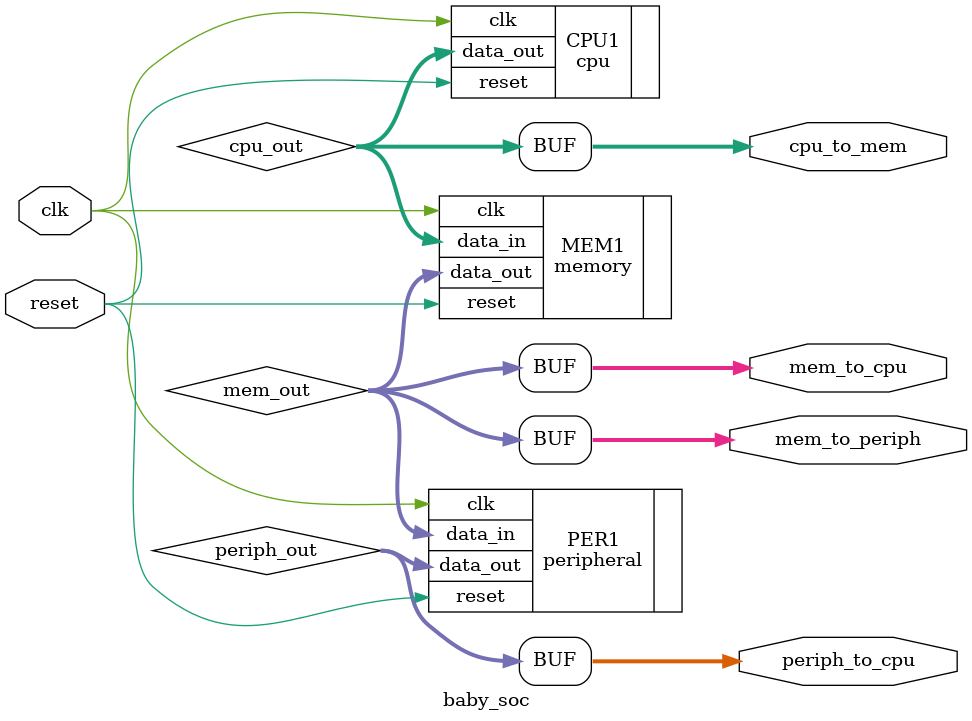
<source format=v>
`timescale 1ns/1ps

module baby_soc(
    input clk,
    input reset,
    output [7:0] cpu_to_mem,
    output [7:0] mem_to_cpu,
    output [7:0] mem_to_periph,
    output [7:0] periph_to_cpu
);

    wire [7:0] cpu_out;
    wire [7:0] mem_out;
    wire [7:0] periph_out;

    // Instantiate CPU
    cpu CPU1(
        .clk(clk),
        .reset(reset),
        .data_out(cpu_out)
    );

    // Instantiate Memory
    memory MEM1(
        .clk(clk),
        .reset(reset),
        .data_in(cpu_out),
        .data_out(mem_out)
    );

    // Instantiate Peripheral
    peripheral PER1(
        .clk(clk),
        .reset(reset),
        .data_in(mem_out),
        .data_out(periph_out)
    );

    assign cpu_to_mem = cpu_out;
    assign mem_to_cpu = mem_out;
    assign mem_to_periph = mem_out;
    assign periph_to_cpu = periph_out;

endmodule

</source>
